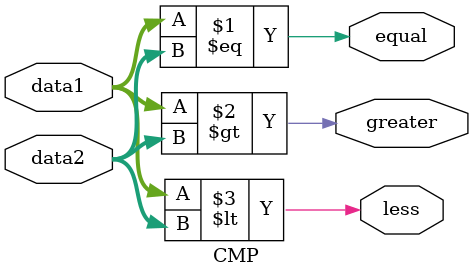
<source format=v>
`timescale 1ns / 1ps
module CMP(
    input [31:0] data1,
    input [31:0] data2,
    output equal,
    output greater,
    output less
    );
	 assign equal=		data1==data2;
	 assign greater=	$signed(data1)>$signed(data2);
	 assign less=		$signed(data1)<$signed(data2);

endmodule

</source>
